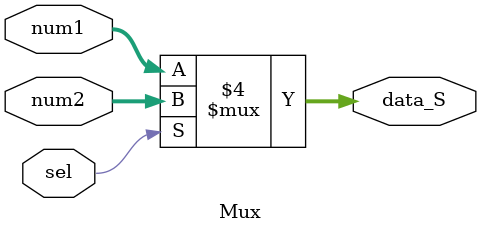
<source format=v>
module Mux (
    num1, num2, sel, data_S
);

    input wire [31:0] num1;
    input wire [31:0] num2;
    input wire sel;
    output reg [31:0] data_S;

always @(*) begin
    if (sel == 1'b0) begin
        data_S <= num1;
    end
    else begin
        data_S <= num2;
    end
end
  
endmodule
</source>
